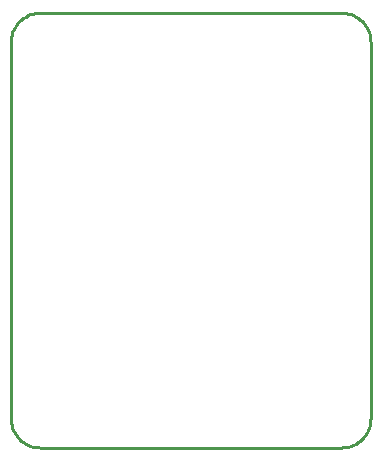
<source format=gbr>
G04 EAGLE Gerber RS-274X export*
G75*
%MOMM*%
%FSLAX34Y34*%
%LPD*%
%IN*%
%IPPOS*%
%AMOC8*
5,1,8,0,0,1.08239X$1,22.5*%
G01*
%ADD10C,0.254000*%


D10*
X0Y25400D02*
X96Y23187D01*
X384Y20991D01*
X863Y18828D01*
X1528Y16715D01*
X2375Y14668D01*
X3398Y12703D01*
X4587Y10835D01*
X5935Y9077D01*
X7431Y7443D01*
X9064Y5946D01*
X10821Y4597D01*
X12688Y3406D01*
X14653Y2383D01*
X16699Y1534D01*
X18811Y867D01*
X20974Y387D01*
X23170Y97D01*
X25383Y0D01*
X279400Y0D01*
X281614Y97D01*
X283811Y386D01*
X285974Y865D01*
X288087Y1531D01*
X290134Y2379D01*
X292100Y3402D01*
X293968Y4593D01*
X295726Y5942D01*
X297360Y7438D01*
X298857Y9072D01*
X300206Y10830D01*
X301397Y12699D01*
X302420Y14664D01*
X303268Y16711D01*
X303934Y18824D01*
X304414Y20987D01*
X304703Y23184D01*
X304800Y25398D01*
X304800Y25400D01*
X304800Y342900D01*
X304703Y345114D01*
X304414Y347311D01*
X303935Y349474D01*
X303268Y351587D01*
X302420Y353635D01*
X301397Y355600D01*
X300206Y357469D01*
X298858Y359227D01*
X297361Y360861D01*
X295727Y362358D01*
X293969Y363706D01*
X292100Y364897D01*
X290135Y365920D01*
X288087Y366768D01*
X285974Y367435D01*
X283811Y367914D01*
X281614Y368203D01*
X279400Y368300D01*
X25400Y368300D01*
X23186Y368203D01*
X20989Y367914D01*
X18826Y367435D01*
X16713Y366768D01*
X14666Y365920D01*
X12700Y364897D01*
X10831Y363706D01*
X9073Y362358D01*
X7440Y360861D01*
X5942Y359227D01*
X4594Y357469D01*
X3403Y355600D01*
X2380Y353635D01*
X1532Y351587D01*
X865Y349474D01*
X386Y347311D01*
X97Y345114D01*
X0Y342900D01*
X0Y25400D01*
M02*

</source>
